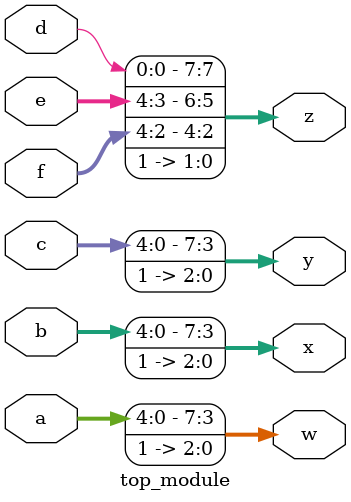
<source format=sv>
module top_module (
    input [4:0] a,
    input [4:0] b,
    input [4:0] c,
    input [4:0] d,
    input [4:0] e,
    input [4:0] f,
    output [7:0] w,
    output [7:0] x,
    output [7:0] y,
    output [7:0] z
);

assign w = {a, 3'b111};
assign x = {b, 3'b111};
assign y = {c, 3'b111};
assign z = {d, e[4:3], f[4:2], 2'b11};

endmodule

</source>
